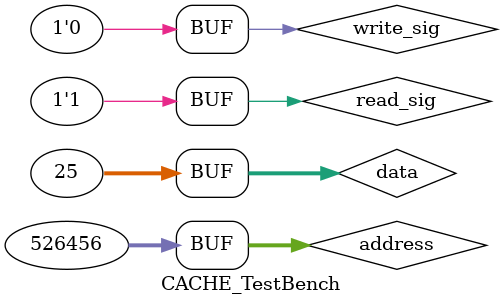
<source format=v>
module CACHE_TestBench;
    reg [31:0] data, address;
    reg read_sig, write_sig;
    wire hit_sig; wire [31:0] data_out; 
    Cache_Controller CC(
        data_out, hit_sig, address, 
        data, read_sig, write_sig);

    initial
    begin
        write_sig = 1'd1; read_sig = 1'd0;
        address = 32'b0000000000001000_000000000110_01_00;
        data = 32'd506;

        #10
        write_sig = 1'd1; read_sig = 1'd0;
        address = 32'b0000000000001000_000000001111_11_00;
        data = 32'd6785;

        #10
        write_sig = 1'd1; read_sig = 1'd0;
        address = 32'b0000000000001000_000000001111_00_00;
        data = 32'd25;

        #10
        write_sig = 1'd0; read_sig = 1'd1;
        address = 32'b0000000000001000_000000000110_01_00;

        #10
        write_sig = 1'd0; read_sig = 1'd1;
        address = 32'b0000000000001000_000000001111_11_00;

        #10
        write_sig = 1'd0; read_sig = 1'd1;
        address = 32'b0000000000001000_000010000111_10_00;

        #10
        write_sig = 1'd1; read_sig = 1'd0;
        address = 32'b0000000000001000_000010000111_10_00;
        data = 32'd25;

        #10
        write_sig = 1'd0; read_sig = 1'd1;
        address = 32'b0000000000001000_000010000111_10_00;
    end

endmodule


</source>
